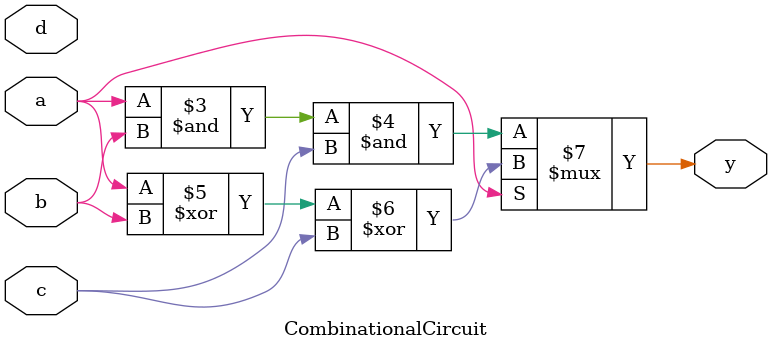
<source format=v>

module CombinationalCircuit (a,b,c,d,y);
	input a,b,c,d;
	output y;

	reg y;

	always @ (a or b or c or d)
		y <= (a==0) ? (a & b & c) : (a ^ b ^ c);

endmodule
</source>
